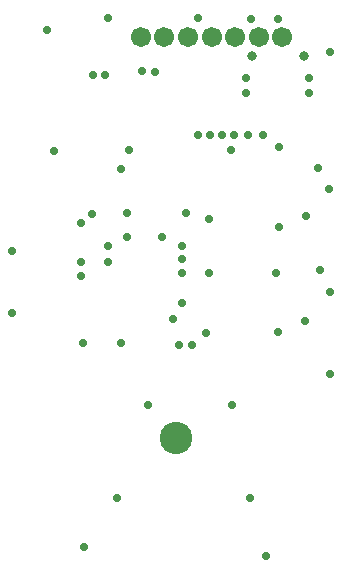
<source format=gbs>
%FSLAX23Y23*%
%MOIN*%
G70*
G01*
G75*
%ADD10C,0.008*%
%ADD11R,0.043X0.039*%
%ADD12R,0.039X0.043*%
%ADD13R,0.039X0.043*%
%ADD14R,0.063X0.071*%
%ADD15R,0.063X0.071*%
%ADD16R,0.016X0.085*%
%ADD17R,0.051X0.059*%
%ADD18R,0.051X0.059*%
%ADD19R,0.057X0.022*%
%ADD20R,0.057X0.022*%
%ADD21R,0.020X0.091*%
%ADD22R,0.012X0.063*%
%ADD23R,0.063X0.012*%
%ADD24R,0.059X0.051*%
%ADD25R,0.016X0.085*%
%ADD26R,0.043X0.142*%
%ADD27R,0.043X0.177*%
%ADD28R,0.043X0.157*%
%ADD29R,0.043X0.118*%
%ADD30R,0.012X0.063*%
%ADD31R,0.063X0.012*%
%ADD32R,0.043X0.039*%
%ADD33R,0.079X0.098*%
%ADD34R,0.020X0.091*%
%ADD35C,0.014*%
%ADD36C,0.010*%
%ADD37C,0.020*%
%ADD38C,0.012*%
%ADD39C,0.020*%
%ADD40C,0.011*%
%ADD41C,0.100*%
%ADD42C,0.024*%
%ADD43C,0.020*%
%ADD44C,0.059*%
%ADD45C,0.010*%
%ADD46C,0.008*%
%ADD47C,0.007*%
%ADD48R,0.051X0.047*%
%ADD49R,0.047X0.051*%
%ADD50R,0.047X0.051*%
%ADD51R,0.071X0.079*%
%ADD52R,0.071X0.079*%
%ADD53R,0.024X0.093*%
%ADD54R,0.059X0.067*%
%ADD55R,0.059X0.067*%
%ADD56R,0.065X0.030*%
%ADD57R,0.065X0.030*%
%ADD58R,0.028X0.099*%
%ADD59R,0.020X0.071*%
%ADD60R,0.071X0.020*%
%ADD61R,0.067X0.059*%
%ADD62R,0.024X0.093*%
%ADD63R,0.051X0.150*%
%ADD64R,0.051X0.185*%
%ADD65R,0.051X0.165*%
%ADD66R,0.051X0.126*%
%ADD67R,0.020X0.071*%
%ADD68R,0.071X0.020*%
%ADD69R,0.051X0.047*%
%ADD70R,0.087X0.106*%
%ADD71R,0.028X0.099*%
%ADD72C,0.108*%
%ADD73C,0.032*%
%ADD74C,0.028*%
%ADD75C,0.067*%
D72*
X2585Y3590D02*
D03*
D73*
X3012Y4863D02*
D03*
X2838D02*
D03*
D74*
X2605Y4185D02*
D03*
X2275Y3905D02*
D03*
X2401D02*
D03*
X2605Y4040D02*
D03*
X2575Y3985D02*
D03*
X2640Y3900D02*
D03*
X2595D02*
D03*
X2360Y4175D02*
D03*
Y4230D02*
D03*
X2618Y4339D02*
D03*
X2540Y4260D02*
D03*
X2697Y4320D02*
D03*
X2421Y4260D02*
D03*
X2605Y4140D02*
D03*
X2770Y4550D02*
D03*
X2695Y4140D02*
D03*
X2920Y4138D02*
D03*
X2421Y4339D02*
D03*
X2305Y4335D02*
D03*
X2270Y4305D02*
D03*
Y4175D02*
D03*
Y4130D02*
D03*
X3098Y3802D02*
D03*
X2925Y3943D02*
D03*
X2685Y3940D02*
D03*
X2605Y4230D02*
D03*
X2930Y4293D02*
D03*
Y4560D02*
D03*
X3015Y3980D02*
D03*
X3100Y4075D02*
D03*
X3020Y4330D02*
D03*
X3095Y4420D02*
D03*
X2471Y4811D02*
D03*
X3065Y4150D02*
D03*
X2180Y4545D02*
D03*
X2430Y4550D02*
D03*
X2493Y3700D02*
D03*
X2773D02*
D03*
X2040Y4213D02*
D03*
Y4007D02*
D03*
X2401Y4485D02*
D03*
X2280Y3225D02*
D03*
X2886Y3195D02*
D03*
X2831Y3389D02*
D03*
X2390D02*
D03*
X2360Y4990D02*
D03*
X2660D02*
D03*
X2820Y4740D02*
D03*
Y4790D02*
D03*
X3030D02*
D03*
Y4740D02*
D03*
X2835Y4985D02*
D03*
X3100Y4875D02*
D03*
X2925Y4985D02*
D03*
X2350Y4800D02*
D03*
X2310D02*
D03*
X2515Y4810D02*
D03*
X3058Y4488D02*
D03*
X2660Y4600D02*
D03*
X2700D02*
D03*
X2740D02*
D03*
X2780D02*
D03*
X2825D02*
D03*
X2875D02*
D03*
X2155Y4950D02*
D03*
D75*
X2940Y4924D02*
D03*
X2861D02*
D03*
X2783D02*
D03*
X2704D02*
D03*
X2625D02*
D03*
X2546D02*
D03*
X2468D02*
D03*
M02*

</source>
